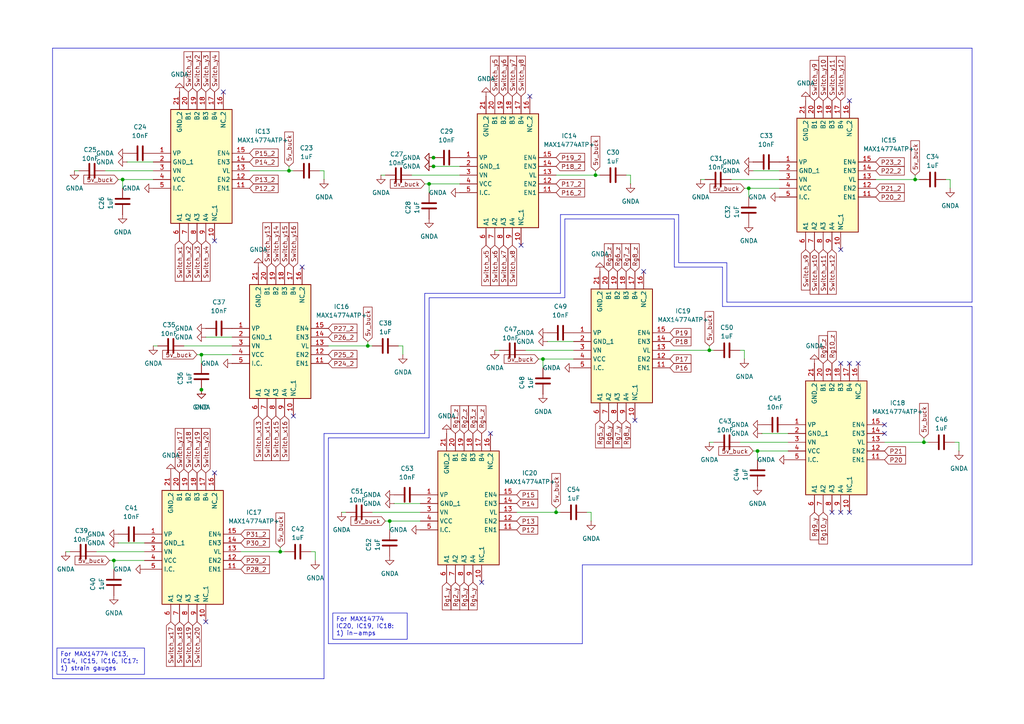
<source format=kicad_sch>
(kicad_sch (version 20231120) (generator "eeschema") (generator_version "8.0")
  (paper "A4")
  (lib_symbols
    (symbol "21xt_preamp-symbols:MAX14774ATP+"
      (property "Reference" "IC" (at 24.13 17.78 0))
      (property "Value" "MAX14774ATP+" (at 24.13 15.24 0))
      (symbol "MAX14774ATP+_1_1"
        (rectangle (start 5.08 12.7) (end 22.86 -20.32) (stroke (width 0.254)) (fill (type background)))
        (pin passive line (at 0 0 0) (length 5.08) (name "VP") (number "1"))
        (pin passive line (at 17.78 -25.4 90) (length 5.08) (name "NC_1") (number "10"))
        (pin passive line (at 27.94 -10.16 180) (length 5.08) (name "EN1") (number "11"))
        (pin passive line (at 27.94 -7.62 180) (length 5.08) (name "EN2") (number "12"))
        (pin passive line (at 27.94 -5.08 180) (length 5.08) (name "VL") (number "13"))
        (pin passive line (at 27.94 -2.54 180) (length 5.08) (name "EN3") (number "14"))
        (pin passive line (at 27.94 0 180) (length 5.08) (name "EN4") (number "15"))
        (pin passive line (at 20.32 17.78 270) (length 5.08) (name "NC_2") (number "16"))
        (pin passive line (at 17.78 17.78 270) (length 5.08) (name "B4") (number "17"))
        (pin passive line (at 15.24 17.78 270) (length 5.08) (name "B3") (number "18"))
        (pin passive line (at 12.7 17.78 270) (length 5.08) (name "B2") (number "19"))
        (pin passive line (at 0 -2.54 0) (length 5.08) (name "GND_1") (number "2"))
        (pin passive line (at 10.16 17.78 270) (length 5.08) (name "B1") (number "20"))
        (pin passive line (at 7.62 17.78 270) (length 5.08) (name "GND_2") (number "21"))
        (pin passive line (at 0 -5.08 0) (length 5.08) (name "VN") (number "3"))
        (pin passive line (at 0 -7.62 0) (length 5.08) (name "VCC") (number "4"))
        (pin passive line (at 0 -10.16 0) (length 5.08) (name "I.C.") (number "5"))
        (pin passive line (at 7.62 -25.4 90) (length 5.08) (name "A1") (number "6"))
        (pin passive line (at 10.16 -25.4 90) (length 5.08) (name "A2") (number "7"))
        (pin passive line (at 12.7 -25.4 90) (length 5.08) (name "A3") (number "8"))
        (pin passive line (at 15.24 -25.4 90) (length 5.08) (name "A4") (number "9"))
      )
    )
    (symbol "Device:C" (pin_numbers hide) (pin_names (offset 0.254))
      (property "Reference" "C" (at 0.635 2.54 0))
      (property "Value" "C" (at 0.635 -2.54 0))
      (symbol "C_0_1"
        (polyline (pts (xy -2.032 -0.762) (xy 2.032 -0.762)) (stroke (width 0.508)))
        (polyline (pts (xy -2.032 0.762) (xy 2.032 0.762)) (stroke (width 0.508)))
      )
      (symbol "C_1_1"
        (pin passive line (at 0 3.81 270) (length 2.794) (name "~") (number "1"))
        (pin passive line (at 0 -3.81 90) (length 2.794) (name "~") (number "2"))
      )
    )
    (symbol "power:GND" (power) (pin_numbers hide) (pin_names (offset 0) hide)
      (property "Value" "GND" (at 0 -3.81 0))
      (symbol "GND_0_1"
        (polyline (pts (xy 0 0) (xy 0 -1.27) (xy 1.27 -1.27) (xy 0 -2.54) (xy -1.27 -1.27) (xy 0 -1.27)))
      )
      (symbol "GND_1_1"
        (pin power_in line (at 0 0 270) (length 0) (name "~") (number "1"))
      )
    )
    (symbol "power:GNDA" (power) (pin_numbers hide) (pin_names (offset 0) hide)
      (property "Value" "GNDA" (at 0 -3.81 0))
      (symbol "GNDA_0_1"
        (polyline (pts (xy 0 0) (xy 0 -1.27) (xy 1.27 -1.27) (xy 0 -2.54) (xy -1.27 -1.27) (xy 0 -1.27)))
      )
      (symbol "GNDA_1_1"
        (pin power_in line (at 0 0 270) (length 0) (name "~") (number "1"))
      )
    )
  )
  (junction (at 58.42 102.87))
  (junction (at 113.03 151.13))
  (junction (at 124.46 53.34))
  (junction (at 157.48 104.14))
  (junction (at 35.56 52.07))
  (junction (at 219.71 130.81))
  (junction (at 161.29 148.59))
  (junction (at 125.73 45.72))
  (junction (at 217.17 54.61))
  (junction (at 125.73 48.26))
  (junction (at 58.42 113.03))
  (junction (at 81.28 160.02))
  (junction (at 205.74 101.6))
  (junction (at 33.02 162.56))
  (junction (at 106.68 100.33))
  (junction (at 265.43 52.07))
  (junction (at 83.82 49.53))
  (junction (at 267.97 128.27))
  (junction (at 172.72 50.8))
  (no_connect (at 85.09 120.65))
  (no_connect (at 139.7 168.91))
  (no_connect (at 153.67 27.94))
  (no_connect (at 246.38 148.59))
  (no_connect (at 256.54 123.19))
  (no_connect (at 243.84 105.41))
  (no_connect (at 62.23 137.16))
  (no_connect (at 186.69 78.74))
  (no_connect (at 256.54 125.73))
  (no_connect (at 151.13 71.12))
  (no_connect (at 64.77 26.67))
  (no_connect (at 243.84 72.39))
  (no_connect (at 248.92 105.41))
  (no_connect (at 243.84 148.59))
  (no_connect (at 246.38 29.21))
  (no_connect (at 59.69 180.34))
  (no_connect (at 246.38 105.41))
  (no_connect (at 142.24 125.73))
  (no_connect (at 87.63 77.47))
  (no_connect (at 241.3 148.59))
  (no_connect (at 62.23 69.85))
  (no_connect (at 184.15 121.92))
  (wire (pts (xy 212.09 52.07) (xy 226.06 52.07)))
  (wire (pts (xy 95.25 100.33) (xy 106.68 100.33)))
  (wire (pts (xy 172.72 49.53) (xy 172.72 50.8)))
  (wire (pts (xy 254 52.07) (xy 265.43 52.07)))
  (polyline (pts (xy 196.85 62.23) (xy 162.56 62.23)))
  (polyline (pts (xy 93.98 125.73) (xy 93.98 196.85)))
  (polyline (pts (xy 196.85 76.2) (xy 196.85 62.23)))
  (wire (pts (xy 31.75 162.56) (xy 33.02 162.56)))
  (wire (pts (xy 218.44 130.81) (xy 219.71 130.81)))
  (polyline (pts (xy 15.24 196.85) (xy 93.98 196.85)))
  (polyline (pts (xy 95.25 186.69) (xy 168.91 186.69)))
  (wire (pts (xy 27.94 160.02) (xy 41.91 160.02)))
  (polyline (pts (xy 15.24 13.97) (xy 281.94 13.97)))
  (wire (pts (xy 59.69 97.79) (xy 67.31 97.79)))
  (wire (pts (xy 152.4 101.6) (xy 166.37 101.6)))
  (polyline (pts (xy 123.19 85.09) (xy 162.56 85.09)))
  (polyline (pts (xy 168.91 163.83) (xy 281.94 163.83)))
  (wire (pts (xy 125.73 48.26) (xy 133.35 48.26)))
  (wire (pts (xy 161.29 50.8) (xy 172.72 50.8)))
  (polyline (pts (xy 209.55 77.47) (xy 195.58 77.47)))
  (polyline (pts (xy 163.83 63.5) (xy 163.83 86.36)))
  (wire (pts (xy 124.46 53.34) (xy 133.35 53.34)))
  (wire (pts (xy 58.42 102.87) (xy 67.31 102.87)))
  (wire (pts (xy 110.49 50.8) (xy 111.76 50.8)))
  (wire (pts (xy 267.97 127) (xy 267.97 128.27)))
  (wire (pts (xy 214.63 128.27) (xy 228.6 128.27)))
  (polyline (pts (xy 93.98 125.73) (xy 123.19 125.73)))
  (wire (pts (xy 172.72 50.8) (xy 173.99 50.8)))
  (wire (pts (xy 276.86 128.27) (xy 278.13 128.27)))
  (wire (pts (xy 36.83 46.99) (xy 44.45 46.99)))
  (wire (pts (xy 217.17 54.61) (xy 217.17 57.15)))
  (wire (pts (xy 53.34 100.33) (xy 67.31 100.33)))
  (wire (pts (xy 194.31 101.6) (xy 205.74 101.6)))
  (polyline (pts (xy 210.82 87.63) (xy 210.82 76.2)))
  (wire (pts (xy 107.95 148.59) (xy 121.92 148.59)))
  (wire (pts (xy 69.85 160.02) (xy 81.28 160.02)))
  (wire (pts (xy 265.43 52.07) (xy 266.7 52.07)))
  (wire (pts (xy 30.48 49.53) (xy 44.45 49.53)))
  (wire (pts (xy 119.38 50.8) (xy 133.35 50.8)))
  (wire (pts (xy 278.13 128.27) (xy 278.13 130.81)))
  (wire (pts (xy 161.29 148.59) (xy 162.56 148.59)))
  (wire (pts (xy 106.68 100.33) (xy 107.95 100.33)))
  (wire (pts (xy 219.71 130.81) (xy 219.71 133.35)))
  (wire (pts (xy 91.44 160.02) (xy 91.44 162.56)))
  (wire (pts (xy 156.21 104.14) (xy 157.48 104.14)))
  (wire (pts (xy 265.43 50.8) (xy 265.43 52.07)))
  (wire (pts (xy 99.06 148.59) (xy 100.33 148.59)))
  (wire (pts (xy 114.3 146.05) (xy 121.92 146.05)))
  (wire (pts (xy 113.03 151.13) (xy 113.03 153.67)))
  (polyline (pts (xy 15.24 13.97) (xy 15.24 196.85)))
  (polyline (pts (xy 123.19 85.09) (xy 123.19 125.73)))
  (wire (pts (xy 92.71 49.53) (xy 93.98 49.53)))
  (wire (pts (xy 124.46 53.34) (xy 124.46 55.88)))
  (wire (pts (xy 33.02 162.56) (xy 33.02 165.1)))
  (wire (pts (xy 83.82 48.26) (xy 83.82 49.53)))
  (polyline (pts (xy 209.55 88.9) (xy 209.55 77.47)))
  (wire (pts (xy 123.19 53.34) (xy 124.46 53.34)))
  (wire (pts (xy 81.28 158.75) (xy 81.28 160.02)))
  (wire (pts (xy 35.56 52.07) (xy 44.45 52.07)))
  (wire (pts (xy 149.86 148.59) (xy 161.29 148.59)))
  (polyline (pts (xy 124.46 127) (xy 95.25 127)))
  (wire (pts (xy 220.98 125.73) (xy 228.6 125.73)))
  (wire (pts (xy 171.45 148.59) (xy 171.45 151.13)))
  (wire (pts (xy 111.76 151.13) (xy 113.03 151.13)))
  (wire (pts (xy 214.63 101.6) (xy 215.9 101.6)))
  (wire (pts (xy 275.59 52.07) (xy 275.59 54.61)))
  (wire (pts (xy 274.32 52.07) (xy 275.59 52.07)))
  (wire (pts (xy 90.17 160.02) (xy 91.44 160.02)))
  (wire (pts (xy 205.74 100.33) (xy 205.74 101.6)))
  (polyline (pts (xy 281.94 88.9) (xy 209.55 88.9)))
  (wire (pts (xy 44.45 100.33) (xy 45.72 100.33)))
  (wire (pts (xy 35.56 52.07) (xy 35.56 54.61)))
  (wire (pts (xy 170.18 148.59) (xy 171.45 148.59)))
  (wire (pts (xy 116.84 100.33) (xy 116.84 102.87)))
  (wire (pts (xy 106.68 99.06) (xy 106.68 100.33)))
  (wire (pts (xy 161.29 147.32) (xy 161.29 148.59)))
  (wire (pts (xy 34.29 52.07) (xy 35.56 52.07)))
  (wire (pts (xy 205.74 101.6) (xy 207.01 101.6)))
  (wire (pts (xy 21.59 49.53) (xy 22.86 49.53)))
  (polyline (pts (xy 95.25 127) (xy 95.25 186.69)))
  (wire (pts (xy 33.02 162.56) (xy 41.91 162.56)))
  (wire (pts (xy 157.48 104.14) (xy 157.48 106.68)))
  (wire (pts (xy 158.75 99.06) (xy 166.37 99.06)))
  (polyline (pts (xy 195.58 77.47) (xy 195.58 63.5)))
  (polyline (pts (xy 163.83 86.36) (xy 124.46 86.36)))
  (wire (pts (xy 157.48 104.14) (xy 166.37 104.14)))
  (wire (pts (xy 256.54 128.27) (xy 267.97 128.27)))
  (polyline (pts (xy 281.94 87.63) (xy 210.82 87.63)))
  (wire (pts (xy 58.42 102.87) (xy 58.42 105.41)))
  (wire (pts (xy 93.98 49.53) (xy 93.98 52.07)))
  (wire (pts (xy 57.15 102.87) (xy 58.42 102.87)))
  (polyline (pts (xy 162.56 85.09) (xy 162.56 62.23)))
  (wire (pts (xy 83.82 49.53) (xy 85.09 49.53)))
  (wire (pts (xy 215.9 54.61) (xy 217.17 54.61)))
  (wire (pts (xy 215.9 101.6) (xy 215.9 104.14)))
  (wire (pts (xy 217.17 54.61) (xy 226.06 54.61)))
  (polyline (pts (xy 124.46 86.36) (xy 124.46 127)))
  (polyline (pts (xy 281.94 13.97) (xy 281.94 87.63)))
  (polyline (pts (xy 281.94 88.9) (xy 281.94 163.83)))
  (wire (pts (xy 113.03 151.13) (xy 121.92 151.13)))
  (wire (pts (xy 181.61 50.8) (xy 182.88 50.8)))
  (wire (pts (xy 218.44 49.53) (xy 226.06 49.53)))
  (polyline (pts (xy 168.91 186.69) (xy 168.91 163.83)))
  (wire (pts (xy 203.2 52.07) (xy 204.47 52.07)))
  (wire (pts (xy 115.57 100.33) (xy 116.84 100.33)))
  (wire (pts (xy 143.51 101.6) (xy 144.78 101.6)))
  (wire (pts (xy 19.05 160.02) (xy 20.32 160.02)))
  (polyline (pts (xy 195.58 63.5) (xy 163.83 63.5)))
  (polyline (pts (xy 210.82 76.2) (xy 196.85 76.2)))
  (wire (pts (xy 34.29 157.48) (xy 41.91 157.48)))
  (wire (pts (xy 72.39 49.53) (xy 83.82 49.53)))
  (wire (pts (xy 182.88 50.8) (xy 182.88 53.34)))
  (wire (pts (xy 219.71 130.81) (xy 228.6 130.81)))
  (wire (pts (xy 81.28 160.02) (xy 82.55 160.02)))
  (wire (pts (xy 205.74 128.27) (xy 207.01 128.27)))
  (wire (pts (xy 267.97 128.27) (xy 269.24 128.27)))
  (text_box "For MAX14774 IC13, IC14, IC15, IC16, IC17:\n1) strain gauges" (at 16.51 187.96 0) (size 25.4 7.62) (effects (font (size 1.27 1.27)) (justify left top)))
  (text_box "For MAX14774 IC20, IC19, IC18:\n1) in-amps" (at 96.52 177.8 0) (size 21.59 7.62) (effects (font (size 1.27 1.27)) (justify left top)))
  (global_label "P15_2" (shape input) (at 72.39 44.45 0) (property "Intersheetrefs" "${INTERSHEET_REFS}" (effects (hide yes))))
  (global_label "Rg10_y" (shape input) (at 238.76 148.59 270) (property "Intersheetrefs" "${INTERSHEET_REFS}" (effects (hide yes))))
  (global_label "P21_2" (shape input) (at 254 54.61 0) (property "Intersheetrefs" "${INTERSHEET_REFS}" (effects (hide yes))))
  (global_label "P18_2" (shape input) (at 161.29 48.26 0) (property "Intersheetrefs" "${INTERSHEET_REFS}" (effects (hide yes))))
  (global_label "Switch_y2" (shape input) (at 57.15 26.67 90) (property "Intersheetrefs" "${INTERSHEET_REFS}" (effects (hide yes))))
  (global_label "Switch_y12" (shape input) (at 243.84 29.21 90) (property "Intersheetrefs" "${INTERSHEET_REFS}" (effects (hide yes))))
  (global_label "Switch_y18" (shape input) (at 54.61 137.16 90) (property "Intersheetrefs" "${INTERSHEET_REFS}" (effects (hide yes))))
  (global_label "P12" (shape input) (at 149.86 153.67 0) (property "Intersheetrefs" "${INTERSHEET_REFS}" (effects (hide yes))))
  (global_label "Rg4_y" (shape input) (at 137.16 168.91 270) (property "Intersheetrefs" "${INTERSHEET_REFS}" (effects (hide yes))))
  (global_label "Switch_y3" (shape input) (at 59.69 26.67 90) (property "Intersheetrefs" "${INTERSHEET_REFS}" (effects (hide yes))))
  (global_label "Switch_x5" (shape input) (at 140.97 71.12 270) (property "Intersheetrefs" "${INTERSHEET_REFS}" (effects (hide yes))))
  (global_label "Switch_x9" (shape input) (at 233.68 72.39 270) (property "Intersheetrefs" "${INTERSHEET_REFS}" (effects (hide yes))))
  (global_label "Switch_x1" (shape input) (at 52.07 69.85 270) (property "Intersheetrefs" "${INTERSHEET_REFS}" (effects (hide yes))))
  (global_label "Rg5_y" (shape input) (at 173.99 121.92 270) (property "Intersheetrefs" "${INTERSHEET_REFS}" (effects (hide yes))))
  (global_label "5v_buck" (shape input) (at 161.29 147.32 90) (property "Intersheetrefs" "${INTERSHEET_REFS}" (effects (hide yes))))
  (global_label "P18" (shape input) (at 194.31 99.06 0) (property "Intersheetrefs" "${INTERSHEET_REFS}" (effects (hide yes))))
  (global_label "P29_2" (shape input) (at 69.85 162.56 0) (property "Intersheetrefs" "${INTERSHEET_REFS}" (effects (hide yes))))
  (global_label "Switch_x19" (shape input) (at 54.61 180.34 270) (property "Intersheetrefs" "${INTERSHEET_REFS}" (effects (hide yes))))
  (global_label "Switch_x16" (shape input) (at 82.55 120.65 270) (property "Intersheetrefs" "${INTERSHEET_REFS}" (effects (hide yes))))
  (global_label "P17_2" (shape input) (at 161.29 53.34 0) (property "Intersheetrefs" "${INTERSHEET_REFS}" (effects (hide yes))))
  (global_label "Rg8_y" (shape input) (at 181.61 121.92 270) (property "Intersheetrefs" "${INTERSHEET_REFS}" (effects (hide yes))))
  (global_label "Rg5_z" (shape input) (at 176.53 78.74 90) (property "Intersheetrefs" "${INTERSHEET_REFS}" (effects (hide yes))))
  (global_label "5v_buck" (shape input) (at 57.15 102.87 180) (property "Intersheetrefs" "${INTERSHEET_REFS}" (effects (hide yes))))
  (global_label "P31_2" (shape input) (at 69.85 154.94 0) (property "Intersheetrefs" "${INTERSHEET_REFS}" (effects (hide yes))))
  (global_label "Switch_y19" (shape input) (at 57.15 137.16 90) (property "Intersheetrefs" "${INTERSHEET_REFS}" (effects (hide yes))))
  (global_label "P16" (shape input) (at 194.31 106.68 0) (property "Intersheetrefs" "${INTERSHEET_REFS}" (effects (hide yes))))
  (global_label "Switch_y1" (shape input) (at 54.61 26.67 90) (property "Intersheetrefs" "${INTERSHEET_REFS}" (effects (hide yes))))
  (global_label "P14_2" (shape input) (at 72.39 46.99 0) (property "Intersheetrefs" "${INTERSHEET_REFS}" (effects (hide yes))))
  (global_label "P21" (shape input) (at 256.54 130.81 0) (property "Intersheetrefs" "${INTERSHEET_REFS}" (effects (hide yes))))
  (global_label "Rg6_z" (shape input) (at 179.07 78.74 90) (property "Intersheetrefs" "${INTERSHEET_REFS}" (effects (hide yes))))
  (global_label "Switch_x13" (shape input) (at 74.93 120.65 270) (property "Intersheetrefs" "${INTERSHEET_REFS}" (effects (hide yes))))
  (global_label "Switch_x3" (shape input) (at 57.15 69.85 270) (property "Intersheetrefs" "${INTERSHEET_REFS}" (effects (hide yes))))
  (global_label "Switch_x6" (shape input) (at 143.51 71.12 270) (property "Intersheetrefs" "${INTERSHEET_REFS}" (effects (hide yes))))
  (global_label "Rg3_z" (shape input) (at 137.16 125.73 90) (property "Intersheetrefs" "${INTERSHEET_REFS}" (effects (hide yes))))
  (global_label "5v_buck" (shape input) (at 267.97 127 90) (property "Intersheetrefs" "${INTERSHEET_REFS}" (effects (hide yes))))
  (global_label "Switch_x20" (shape input) (at 57.15 180.34 270) (property "Intersheetrefs" "${INTERSHEET_REFS}" (effects (hide yes))))
  (global_label "Rg8_z" (shape input) (at 184.15 78.74 90) (property "Intersheetrefs" "${INTERSHEET_REFS}" (effects (hide yes))))
  (global_label "5v_buck" (shape input) (at 215.9 54.61 180) (property "Intersheetrefs" "${INTERSHEET_REFS}" (effects (hide yes))))
  (global_label "P20" (shape input) (at 256.54 133.35 0) (property "Intersheetrefs" "${INTERSHEET_REFS}" (effects (hide yes))))
  (global_label "5v_buck" (shape input) (at 218.44 130.81 180) (property "Intersheetrefs" "${INTERSHEET_REFS}" (effects (hide yes))))
  (global_label "Switch_y4" (shape input) (at 62.23 26.67 90) (property "Intersheetrefs" "${INTERSHEET_REFS}" (effects (hide yes))))
  (global_label "Switch_x4" (shape input) (at 59.69 69.85 270) (property "Intersheetrefs" "${INTERSHEET_REFS}" (effects (hide yes))))
  (global_label "P22_2" (shape input) (at 254 49.53 0) (property "Intersheetrefs" "${INTERSHEET_REFS}" (effects (hide yes))))
  (global_label "5v_buck" (shape input) (at 172.72 49.53 90) (property "Intersheetrefs" "${INTERSHEET_REFS}" (effects (hide yes))))
  (global_label "P25_2" (shape input) (at 95.25 102.87 0) (property "Intersheetrefs" "${INTERSHEET_REFS}" (effects (hide yes))))
  (global_label "Switch_y10" (shape input) (at 238.76 29.21 90) (property "Intersheetrefs" "${INTERSHEET_REFS}" (effects (hide yes))))
  (global_label "P19_2" (shape input) (at 161.29 45.72 0) (property "Intersheetrefs" "${INTERSHEET_REFS}" (effects (hide yes))))
  (global_label "P24_2" (shape input) (at 95.25 105.41 0) (property "Intersheetrefs" "${INTERSHEET_REFS}" (effects (hide yes))))
  (global_label "Rg7_y" (shape input) (at 179.07 121.92 270) (property "Intersheetrefs" "${INTERSHEET_REFS}" (effects (hide yes))))
  (global_label "5v_buck" (shape input) (at 34.29 52.07 180) (property "Intersheetrefs" "${INTERSHEET_REFS}" (effects (hide yes))))
  (global_label "Switch_y7" (shape input) (at 148.59 27.94 90) (property "Intersheetrefs" "${INTERSHEET_REFS}" (effects (hide yes))))
  (global_label "P14" (shape input) (at 149.86 146.05 0) (property "Intersheetrefs" "${INTERSHEET_REFS}" (effects (hide yes))))
  (global_label "Switch_y11" (shape input) (at 241.3 29.21 90) (property "Intersheetrefs" "${INTERSHEET_REFS}" (effects (hide yes))))
  (global_label "Rg6_y" (shape input) (at 176.53 121.92 270) (property "Intersheetrefs" "${INTERSHEET_REFS}" (effects (hide yes))))
  (global_label "5v_buck" (shape input) (at 83.82 48.26 90) (property "Intersheetrefs" "${INTERSHEET_REFS}" (effects (hide yes))))
  (global_label "Rg2_z" (shape input) (at 134.62 125.73 90) (property "Intersheetrefs" "${INTERSHEET_REFS}" (effects (hide yes))))
  (global_label "Switch_y8" (shape input) (at 151.13 27.94 90) (property "Intersheetrefs" "${INTERSHEET_REFS}" (effects (hide yes))))
  (global_label "Switch_x14" (shape input) (at 77.47 120.65 270) (property "Intersheetrefs" "${INTERSHEET_REFS}" (effects (hide yes))))
  (global_label "Switch_y13" (shape input) (at 77.47 77.47 90) (property "Intersheetrefs" "${INTERSHEET_REFS}" (effects (hide yes))))
  (global_label "Rg9_z" (shape input) (at 238.76 105.41 90) (property "Intersheetrefs" "${INTERSHEET_REFS}" (effects (hide yes))))
  (global_label "Switch_y20" (shape input) (at 59.69 137.16 90) (property "Intersheetrefs" "${INTERSHEET_REFS}" (effects (hide yes))))
  (global_label "Rg7_z" (shape input) (at 181.61 78.74 90) (property "Intersheetrefs" "${INTERSHEET_REFS}" (effects (hide yes))))
  (global_label "5v_buck" (shape input) (at 205.74 100.33 90) (property "Intersheetrefs" "${INTERSHEET_REFS}" (effects (hide yes))))
  (global_label "5v_buck" (shape input) (at 111.76 151.13 180) (property "Intersheetrefs" "${INTERSHEET_REFS}" (effects (hide yes))))
  (global_label "P23_2" (shape input) (at 254 46.99 0) (property "Intersheetrefs" "${INTERSHEET_REFS}" (effects (hide yes))))
  (global_label "Rg4_z" (shape input) (at 139.7 125.73 90) (property "Intersheetrefs" "${INTERSHEET_REFS}" (effects (hide yes))))
  (global_label "Switch_x15" (shape input) (at 80.01 120.65 270) (property "Intersheetrefs" "${INTERSHEET_REFS}" (effects (hide yes))))
  (global_label "P28_2" (shape input) (at 69.85 165.1 0) (property "Intersheetrefs" "${INTERSHEET_REFS}" (effects (hide yes))))
  (global_label "Switch_y6" (shape input) (at 146.05 27.94 90) (property "Intersheetrefs" "${INTERSHEET_REFS}" (effects (hide yes))))
  (global_label "5v_buck" (shape input) (at 265.43 50.8 90) (property "Intersheetrefs" "${INTERSHEET_REFS}" (effects (hide yes))))
  (global_label "P13_2" (shape input) (at 72.39 52.07 0) (property "Intersheetrefs" "${INTERSHEET_REFS}" (effects (hide yes))))
  (global_label "Switch_x2" (shape input) (at 54.61 69.85 270) (property "Intersheetrefs" "${INTERSHEET_REFS}" (effects (hide yes))))
  (global_label "5v_buck" (shape input) (at 81.28 158.75 90) (property "Intersheetrefs" "${INTERSHEET_REFS}" (effects (hide yes))))
  (global_label "Rg10_z" (shape input) (at 241.3 105.41 90) (property "Intersheetrefs" "${INTERSHEET_REFS}" (effects (hide yes))))
  (global_label "P20_2" (shape input) (at 254 57.15 0) (property "Intersheetrefs" "${INTERSHEET_REFS}" (effects (hide yes))))
  (global_label "Switch_y5" (shape input) (at 143.51 27.94 90) (property "Intersheetrefs" "${INTERSHEET_REFS}" (effects (hide yes))))
  (global_label "5v_buck" (shape input) (at 156.21 104.14 180) (property "Intersheetrefs" "${INTERSHEET_REFS}" (effects (hide yes))))
  (global_label "P17" (shape input) (at 194.31 104.14 0) (property "Intersheetrefs" "${INTERSHEET_REFS}" (effects (hide yes))))
  (global_label "P19" (shape input) (at 194.31 96.52 0) (property "Intersheetrefs" "${INTERSHEET_REFS}" (effects (hide yes))))
  (global_label "Rg3_y" (shape input) (at 134.62 168.91 270) (property "Intersheetrefs" "${INTERSHEET_REFS}" (effects (hide yes))))
  (global_label "Switch_y16" (shape input) (at 85.09 77.47 90) (property "Intersheetrefs" "${INTERSHEET_REFS}" (effects (hide yes))))
  (global_label "Switch_x18" (shape input) (at 52.07 180.34 270) (property "Intersheetrefs" "${INTERSHEET_REFS}" (effects (hide yes))))
  (global_label "Switch_y15" (shape input) (at 82.55 77.47 90) (property "Intersheetrefs" "${INTERSHEET_REFS}" (effects (hide yes))))
  (global_label "P26_2" (shape input) (at 95.25 97.79 0) (property "Intersheetrefs" "${INTERSHEET_REFS}" (effects (hide yes))))
  (global_label "Rg2_y" (shape input) (at 132.08 168.91 270) (property "Intersheetrefs" "${INTERSHEET_REFS}" (effects (hide yes))))
  (global_label "Rg1_y" (shape input) (at 129.54 168.91 270) (property "Intersheetrefs" "${INTERSHEET_REFS}" (effects (hide yes))))
  (global_label "P16_2" (shape input) (at 161.29 55.88 0) (property "Intersheetrefs" "${INTERSHEET_REFS}" (effects (hide yes))))
  (global_label "Switch_x17" (shape input) (at 49.53 180.34 270) (property "Intersheetrefs" "${INTERSHEET_REFS}" (effects (hide yes))))
  (global_label "Switch_y9" (shape input) (at 236.22 29.21 90) (property "Intersheetrefs" "${INTERSHEET_REFS}" (effects (hide yes))))
  (global_label "Switch_y17" (shape input) (at 52.07 137.16 90) (property "Intersheetrefs" "${INTERSHEET_REFS}" (effects (hide yes))))
  (global_label "P13" (shape input) (at 149.86 151.13 0) (property "Intersheetrefs" "${INTERSHEET_REFS}" (effects (hide yes))))
  (global_label "Rg1_z" (shape input) (at 132.08 125.73 90) (property "Intersheetrefs" "${INTERSHEET_REFS}" (effects (hide yes))))
  (global_label "Switch_y14" (shape input) (at 80.01 77.47 90) (property "Intersheetrefs" "${INTERSHEET_REFS}" (effects (hide yes))))
  (global_label "P27_2" (shape input) (at 95.25 95.25 0) (property "Intersheetrefs" "${INTERSHEET_REFS}" (effects (hide yes))))
  (global_label "P15" (shape input) (at 149.86 143.51 0) (property "Intersheetrefs" "${INTERSHEET_REFS}" (effects (hide yes))))
  (global_label "5v_buck" (shape input) (at 106.68 99.06 90) (property "Intersheetrefs" "${INTERSHEET_REFS}" (effects (hide yes))))
  (global_label "Switch_x7" (shape input) (at 146.05 71.12 270) (property "Intersheetrefs" "${INTERSHEET_REFS}" (effects (hide yes))))
  (global_label "Rg9_y" (shape input) (at 236.22 148.59 270) (property "Intersheetrefs" "${INTERSHEET_REFS}" (effects (hide yes))))
  (global_label "5v_buck" (shape input) (at 31.75 162.56 180) (property "Intersheetrefs" "${INTERSHEET_REFS}" (effects (hide yes))))
  (global_label "P30_2" (shape input) (at 69.85 157.48 0) (property "Intersheetrefs" "${INTERSHEET_REFS}" (effects (hide yes))))
  (global_label "Switch_x8" (shape input) (at 148.59 71.12 270) (property "Intersheetrefs" "${INTERSHEET_REFS}" (effects (hide yes))))
  (global_label "Switch_x11" (shape input) (at 238.76 72.39 270) (property "Intersheetrefs" "${INTERSHEET_REFS}" (effects (hide yes))))
  (global_label "P12_2" (shape input) (at 72.39 54.61 0) (property "Intersheetrefs" "${INTERSHEET_REFS}" (effects (hide yes))))
  (global_label "5v_buck" (shape input) (at 123.19 53.34 180) (property "Intersheetrefs" "${INTERSHEET_REFS}" (effects (hide yes))))
  (global_label "Switch_x12" (shape input) (at 241.3 72.39 270) (property "Intersheetrefs" "${INTERSHEET_REFS}" (effects (hide yes))))
  (global_label "Switch_x10" (shape input) (at 236.22 72.39 270) (property "Intersheetrefs" "${INTERSHEET_REFS}" (effects (hide yes))))
  (symbol (lib_id "power:GNDA") (at 34.29 157.48 270) (unit 1)
    (property "Reference" "#PWR081" (effects (hide yes)))
    (property "Value" "GNDA" (at 30.48 157.4799 90) (effects (justify right)))
    (property "Description" "Power symbol creates a global label with name \"GNDA\" , analog ground" (effects (hide yes)))
  )
  (symbol (lib_id "power:GND") (at 125.73 48.26 270) (unit 1)
    (property "Reference" "#PWR060" (effects (hide yes)))
    (property "Value" "GND" (effects (hide yes)))
    (property "Description" "Power symbol creates a global label with name \"GND\" , ground" (effects (hide yes)))
  )
  (symbol (lib_id "Device:C") (at 35.56 58.42 0) (unit 1)
    (property "Reference" "C26" (at 29.464 58.928 90))
    (property "Value" "1uF" (at 32.004 58.928 90))
    (property "Footprint" "Capacitor_SMD:C_0402_1005Metric" (effects (hide yes)))
    (property "Description" "Unpolarized capacitor" (effects (hide yes)))
  )
  (symbol (lib_id "Device:C") (at 40.64 44.45 90) (unit 1)
    (property "Reference" "C24" (at 40.64 36.83 90))
    (property "Value" "10nF" (at 40.64 39.37 90))
    (property "Footprint" "Capacitor_SMD:C_0402_1005Metric" (effects (hide yes)))
    (property "Description" "Unpolarized capacitor" (effects (hide yes)))
  )
  (symbol (lib_id "power:GNDA") (at 33.02 172.72 0) (unit 1)
    (property "Reference" "#PWR079" (effects (hide yes)))
    (property "Value" "GNDA" (at 33.02 177.8 0))
    (property "Description" "Power symbol creates a global label with name \"GNDA\" , analog ground" (effects (hide yes)))
  )
  (symbol (lib_id "power:GNDA") (at 158.75 96.52 270) (unit 1)
    (property "Reference" "#PWR094" (effects (hide yes)))
    (property "Value" "GNDA" (at 154.94 96.5199 90) (effects (justify right)))
    (property "Description" "Power symbol creates a global label with name \"GNDA\" , analog ground" (effects (hide yes)))
  )
  (symbol (lib_id "power:GNDA") (at 67.31 105.41 270) (unit 1)
    (property "Reference" "#PWR076" (effects (hide yes)))
    (property "Value" "GNDA" (at 63.5 105.4099 90) (effects (justify right)))
    (property "Description" "Power symbol creates a global label with name \"GNDA\" , analog ground" (effects (hide yes)))
  )
  (symbol (lib_id "power:GNDA") (at 34.29 154.94 270) (unit 1)
    (property "Reference" "#PWR080" (effects (hide yes)))
    (property "Value" "GNDA" (at 30.48 154.9399 90) (effects (justify right)))
    (property "Description" "Power symbol creates a global label with name \"GNDA\" , analog ground" (effects (hide yes)))
  )
  (symbol (lib_id "Device:C") (at 63.5 95.25 90) (unit 1)
    (property "Reference" "C37" (at 63.5 87.63 90))
    (property "Value" "10nF" (at 63.5 90.17 90))
    (property "Footprint" "Capacitor_SMD:C_0402_1005Metric" (effects (hide yes)))
    (property "Description" "Unpolarized capacitor" (effects (hide yes)))
  )
  (symbol (lib_id "Device:C") (at 177.8 50.8 90) (unit 1)
    (property "Reference" "C30" (at 177.8 44.196 90))
    (property "Value" "1uF" (at 177.8 46.736 90))
    (property "Footprint" "Capacitor_SMD:C_0402_1005Metric" (effects (hide yes)))
    (property "Description" "Unpolarized capacitor" (effects (hide yes)))
  )
  (symbol (lib_id "power:GNDA") (at 59.69 97.79 270) (unit 1)
    (property "Reference" "#PWR075" (effects (hide yes)))
    (property "Value" "GNDA" (at 55.88 97.7899 90) (effects (justify right)))
    (property "Description" "Power symbol creates a global label with name \"GNDA\" , analog ground" (effects (hide yes)))
  )
  (symbol (lib_id "power:GNDA") (at 182.88 53.34 0) (unit 1)
    (property "Reference" "#PWR0113" (effects (hide yes)))
    (property "Value" "GNDA" (at 182.88 58.42 0))
    (property "Description" "Power symbol creates a global label with name \"GNDA\" , analog ground" (effects (hide yes)))
  )
  (symbol (lib_id "power:GNDA") (at 110.49 50.8 0) (unit 1)
    (property "Reference" "#PWR057" (effects (hide yes)))
    (property "Value" "GNDA" (at 110.49 55.88 0))
    (property "Description" "Power symbol creates a global label with name \"GNDA\" , analog ground" (effects (hide yes)))
  )
  (symbol (lib_id "power:GNDA") (at 215.9 104.14 0) (unit 1)
    (property "Reference" "#PWR098" (effects (hide yes)))
    (property "Value" "GNDA" (at 215.9 109.22 0))
    (property "Description" "Power symbol creates a global label with name \"GNDA\" , analog ground" (effects (hide yes)))
  )
  (symbol (lib_id "power:GNDA") (at 74.93 77.47 180) (unit 1)
    (property "Reference" "#PWR077" (effects (hide yes)))
    (property "Value" "GNDA" (at 74.93 72.39 0))
    (property "Description" "Power symbol creates a global label with name \"GNDA\" , analog ground" (effects (hide yes)))
  )
  (symbol (lib_id "Device:C") (at 49.53 100.33 270) (unit 1)
    (property "Reference" "C35" (at 49.022 94.234 90))
    (property "Value" "10nF" (at 49.022 96.774 90))
    (property "Footprint" "Capacitor_SMD:C_0402_1005Metric" (effects (hide yes)))
    (property "Description" "Unpolarized capacitor" (effects (hide yes)))
  )
  (symbol (lib_id "power:GND") (at 58.42 113.03 0) (unit 1)
    (property "Reference" "#PWR072" (effects (hide yes)))
    (property "Value" "GND" (at 58.42 118.11 0))
    (property "Description" "Power symbol creates a global label with name \"GND\" , ground" (effects (hide yes)))
  )
  (symbol (lib_id "power:GNDA") (at 36.83 44.45 270) (unit 1)
    (property "Reference" "#PWR054" (effects (hide yes)))
    (property "Value" "GNDA" (at 33.02 44.4499 90) (effects (justify right)))
    (property "Description" "Power symbol creates a global label with name \"GNDA\" , analog ground" (effects (hide yes)))
  )
  (symbol (lib_id "power:GNDA") (at 140.97 27.94 180) (unit 1)
    (property "Reference" "#PWR0112" (effects (hide yes)))
    (property "Value" "GNDA" (at 140.97 22.86 0))
    (property "Description" "Power symbol creates a global label with name \"GNDA\" , analog ground" (effects (hide yes)))
  )
  (symbol (lib_id "power:GNDA") (at 166.37 106.68 270) (unit 1)
    (property "Reference" "#PWR096" (effects (hide yes)))
    (property "Value" "GNDA" (at 162.56 106.6799 90) (effects (justify right)))
    (property "Description" "Power symbol creates a global label with name \"GNDA\" , analog ground" (effects (hide yes)))
  )
  (symbol (lib_id "21xt_preamp-symbols:MAX14774ATP+") (at 228.6 123.19 0) (unit 1)
    (property "Reference" "IC18" (at 260.35 116.8714 0))
    (property "Value" "MAX14774ATP+" (at 260.35 119.4114 0))
    (property "Footprint" "21xt_footprints:MAX14774ATP_" (effects (hide yes)))
    (property "Datasheet" "https://datasheets.maximintegrated.com/en/ds/MAX14774-MAX14779.pdf" (effects (hide yes)))
    (property "Description" "Quad SPST/Dual SPDT Beyond-The-Rails Analog Switches, 20 TQFN" (effects (hide yes)))
    (property "Height" "0.8" (effects (hide yes)))
    (property "Mouser Part Number" "700-MAX14774ATP+" (effects (hide yes)))
    (property "Mouser Price/Stock" "https://www.mouser.co.uk/ProductDetail/Analog-Devices-Maxim-Integrated/MAX14774ATP%2b?qs=vvQtp7zwQdMSu0v3a67sFA%3D%3D" (effects (hide yes)))
    (property "Manufacturer_Name" "Analog Devices" (effects (hide yes)))
    (property "Manufacturer_Part_Number" "MAX14774ATP+" (effects (hide yes)))
  )
  (symbol (lib_id "power:GNDA") (at 59.69 95.25 270) (unit 1)
    (property "Reference" "#PWR074" (effects (hide yes)))
    (property "Value" "GNDA" (at 55.88 95.2499 90) (effects (justify right)))
    (property "Description" "Power symbol creates a global label with name \"GNDA\" , analog ground" (effects (hide yes)))
  )
  (symbol (lib_id "power:GNDA") (at 113.03 161.29 0) (unit 1)
    (property "Reference" "#PWR0100" (effects (hide yes)))
    (property "Value" "GNDA" (at 113.03 166.37 0))
    (property "Description" "Power symbol creates a global label with name \"GNDA\" , analog ground" (effects (hide yes)))
  )
  (symbol (lib_id "power:GNDA") (at 217.17 64.77 0) (unit 1)
    (property "Reference" "#PWR065" (effects (hide yes)))
    (property "Value" "GNDA" (at 217.17 69.85 0))
    (property "Description" "Power symbol creates a global label with name \"GNDA\" , analog ground" (effects (hide yes)))
  )
  (symbol (lib_id "power:GNDA") (at 44.45 100.33 0) (unit 1)
    (property "Reference" "#PWR071" (effects (hide yes)))
    (property "Value" "GNDA" (at 44.45 105.41 0))
    (property "Description" "Power symbol creates a global label with name \"GNDA\" , analog ground" (effects (hide yes)))
  )
  (symbol (lib_id "power:GNDA") (at 218.44 46.99 270) (unit 1)
    (property "Reference" "#PWR066" (effects (hide yes)))
    (property "Value" "GNDA" (at 214.63 46.9899 90) (effects (justify right)))
    (property "Description" "Power symbol creates a global label with name \"GNDA\" , analog ground" (effects (hide yes)))
  )
  (symbol (lib_id "21xt_preamp-symbols:MAX14774ATP+") (at 67.31 95.25 0) (unit 1)
    (property "Reference" "IC16" (at 99.06 88.9314 0))
    (property "Value" "MAX14774ATP+" (at 99.06 91.4714 0))
    (property "Footprint" "21xt_footprints:MAX14774ATP_" (effects (hide yes)))
    (property "Datasheet" "https://datasheets.maximintegrated.com/en/ds/MAX14774-MAX14779.pdf" (effects (hide yes)))
    (property "Description" "Quad SPST/Dual SPDT Beyond-The-Rails Analog Switches, 20 TQFN" (effects (hide yes)))
    (property "Height" "0.8" (effects (hide yes)))
    (property "Mouser Part Number" "700-MAX14774ATP+" (effects (hide yes)))
    (property "Mouser Price/Stock" "https://www.mouser.co.uk/ProductDetail/Analog-Devices-Maxim-Integrated/MAX14774ATP%2b?qs=vvQtp7zwQdMSu0v3a67sFA%3D%3D" (effects (hide yes)))
    (property "Manufacturer_Name" "Analog Devices" (effects (hide yes)))
    (property "Manufacturer_Part_Number" "MAX14774ATP+" (effects (hide yes)))
  )
  (symbol (lib_id "power:GNDA") (at 220.98 125.73 270) (unit 1)
    (property "Reference" "#PWR088" (effects (hide yes)))
    (property "Value" "GNDA" (at 217.17 125.7299 90) (effects (justify right)))
    (property "Description" "Power symbol creates a global label with name \"GNDA\" , analog ground" (effects (hide yes)))
  )
  (symbol (lib_id "Device:C") (at 129.54 45.72 90) (unit 1)
    (property "Reference" "C29" (at 129.54 38.1 90))
    (property "Value" "10nF" (at 129.54 40.64 90))
    (property "Footprint" "Capacitor_SMD:C_0402_1005Metric" (effects (hide yes)))
    (property "Description" "Unpolarized capacitor" (effects (hide yes)))
  )
  (symbol (lib_id "power:GNDA") (at 52.07 26.67 180) (unit 1)
    (property "Reference" "#PWR056" (effects (hide yes)))
    (property "Value" "GNDA" (at 52.07 21.59 0))
    (property "Description" "Power symbol creates a global label with name \"GNDA\" , analog ground" (effects (hide yes)))
  )
  (symbol (lib_id "Device:C") (at 113.03 157.48 0) (unit 1)
    (property "Reference" "C52" (at 106.934 157.988 90))
    (property "Value" "1uF" (at 109.474 157.988 90))
    (property "Footprint" "Capacitor_SMD:C_0402_1005Metric" (effects (hide yes)))
    (property "Description" "Unpolarized capacitor" (effects (hide yes)))
  )
  (symbol (lib_id "Device:C") (at 224.79 123.19 90) (unit 1)
    (property "Reference" "C45" (at 224.79 115.57 90))
    (property "Value" "10nF" (at 224.79 118.11 90))
    (property "Footprint" "Capacitor_SMD:C_0402_1005Metric" (effects (hide yes)))
    (property "Description" "Unpolarized capacitor" (effects (hide yes)))
  )
  (symbol (lib_id "power:GNDA") (at 133.35 55.88 270) (unit 1)
    (property "Reference" "#PWR063" (effects (hide yes)))
    (property "Value" "GNDA" (at 129.54 55.8799 90) (effects (justify right)))
    (property "Description" "Power symbol creates a global label with name \"GNDA\" , analog ground" (effects (hide yes)))
  )
  (symbol (lib_id "power:GNDA") (at 203.2 52.07 0) (unit 1)
    (property "Reference" "#PWR064" (effects (hide yes)))
    (property "Value" "GNDA" (at 203.2 57.15 0))
    (property "Description" "Power symbol creates a global label with name \"GNDA\" , analog ground" (effects (hide yes)))
  )
  (symbol (lib_id "Device:C") (at 273.05 128.27 90) (unit 1)
    (property "Reference" "C46" (at 273.05 121.666 90))
    (property "Value" "1uF" (at 273.05 124.206 90))
    (property "Footprint" "Capacitor_SMD:C_0402_1005Metric" (effects (hide yes)))
    (property "Description" "Unpolarized capacitor" (effects (hide yes)))
  )
  (symbol (lib_id "Device:C") (at 111.76 100.33 90) (unit 1)
    (property "Reference" "C38" (at 111.76 93.726 90))
    (property "Value" "1uF" (at 111.76 96.266 90))
    (property "Footprint" "Capacitor_SMD:C_0402_1005Metric" (effects (hide yes)))
    (property "Description" "Unpolarized capacitor" (effects (hide yes)))
  )
  (symbol (lib_id "Device:C") (at 24.13 160.02 270) (unit 1)
    (property "Reference" "C39" (at 23.622 153.924 90))
    (property "Value" "10nF" (at 23.622 156.464 90))
    (property "Footprint" "Capacitor_SMD:C_0402_1005Metric" (effects (hide yes)))
    (property "Description" "Unpolarized capacitor" (effects (hide yes)))
  )
  (symbol (lib_id "power:GNDA") (at 21.59 49.53 0) (unit 1)
    (property "Reference" "#PWR053" (effects (hide yes)))
    (property "Value" "GNDA" (at 21.59 54.61 0))
    (property "Description" "Power symbol creates a global label with name \"GNDA\" , analog ground" (effects (hide yes)))
  )
  (symbol (lib_id "power:GNDA") (at 125.73 45.72 270) (unit 1)
    (property "Reference" "#PWR061" (effects (hide yes)))
    (property "Value" "GNDA" (at 121.92 45.7199 90) (effects (justify right)))
    (property "Description" "Power symbol creates a global label with name \"GNDA\" , analog ground" (effects (hide yes)))
  )
  (symbol (lib_id "power:GNDA") (at 35.56 62.23 0) (unit 1)
    (property "Reference" "#PWR052" (effects (hide yes)))
    (property "Value" "GNDA" (at 35.56 67.31 0))
    (property "Description" "Power symbol creates a global label with name \"GNDA\" , analog ground" (effects (hide yes)))
  )
  (symbol (lib_id "power:GNDA") (at 121.92 153.67 270) (unit 1)
    (property "Reference" "#PWR0103" (effects (hide yes)))
    (property "Value" "GNDA" (at 118.11 153.6699 90) (effects (justify right)))
    (property "Description" "Power symbol creates a global label with name \"GNDA\" , analog ground" (effects (hide yes)))
  )
  (symbol (lib_id "power:GNDA") (at 158.75 99.06 270) (unit 1)
    (property "Reference" "#PWR095" (effects (hide yes)))
    (property "Value" "GNDA" (at 154.94 99.0599 90) (effects (justify right)))
    (property "Description" "Power symbol creates a global label with name \"GNDA\" , analog ground" (effects (hide yes)))
  )
  (symbol (lib_id "21xt_preamp-symbols:MAX14774ATP+") (at 44.45 44.45 0) (unit 1)
    (property "Reference" "IC13" (at 76.2 38.1314 0))
    (property "Value" "MAX14774ATP+" (at 76.2 40.6714 0))
    (property "Footprint" "21xt_footprints:MAX14774ATP_" (effects (hide yes)))
    (property "Datasheet" "https://datasheets.maximintegrated.com/en/ds/MAX14774-MAX14779.pdf" (effects (hide yes)))
    (property "Description" "Quad SPST/Dual SPDT Beyond-The-Rails Analog Switches, 20 TQFN" (effects (hide yes)))
    (property "Height" "0.8" (effects (hide yes)))
    (property "Mouser Part Number" "700-MAX14774ATP+" (effects (hide yes)))
    (property "Mouser Price/Stock" "https://www.mouser.co.uk/ProductDetail/Analog-Devices-Maxim-Integrated/MAX14774ATP%2b?qs=vvQtp7zwQdMSu0v3a67sFA%3D%3D" (effects (hide yes)))
    (property "Manufacturer_Name" "Analog Devices" (effects (hide yes)))
    (property "Manufacturer_Part_Number" "MAX14774ATP+" (effects (hide yes)))
  )
  (symbol (lib_id "Device:C") (at 38.1 154.94 90) (unit 1)
    (property "Reference" "C41" (at 38.1 147.32 90))
    (property "Value" "10nF" (at 38.1 149.86 90))
    (property "Footprint" "Capacitor_SMD:C_0402_1005Metric" (effects (hide yes)))
    (property "Description" "Unpolarized capacitor" (effects (hide yes)))
  )
  (symbol (lib_id "Device:C") (at 222.25 46.99 90) (unit 1)
    (property "Reference" "C33" (at 222.25 39.37 90))
    (property "Value" "10nF" (at 222.25 41.91 90))
    (property "Footprint" "Capacitor_SMD:C_0402_1005Metric" (effects (hide yes)))
    (property "Description" "Unpolarized capacitor" (effects (hide yes)))
  )
  (symbol (lib_id "Device:C") (at 210.82 101.6 90) (unit 1)
    (property "Reference" "C50" (at 210.82 94.996 90))
    (property "Value" "1uF" (at 210.82 97.536 90))
    (property "Footprint" "Capacitor_SMD:C_0402_1005Metric" (effects (hide yes)))
    (property "Description" "Unpolarized capacitor" (effects (hide yes)))
  )
  (symbol (lib_id "power:GNDA") (at 226.06 57.15 270) (unit 1)
    (property "Reference" "#PWR068" (effects (hide yes)))
    (property "Value" "GNDA" (at 222.25 57.1499 90) (effects (justify right)))
    (property "Description" "Power symbol creates a global label with name \"GNDA\" , analog ground" (effects (hide yes)))
  )
  (symbol (lib_id "power:GNDA") (at 124.46 63.5 0) (unit 1)
    (property "Reference" "#PWR058" (effects (hide yes)))
    (property "Value" "GNDA" (at 124.46 68.58 0))
    (property "Description" "Power symbol creates a global label with name \"GNDA\" , analog ground" (effects (hide yes)))
  )
  (symbol (lib_id "21xt_preamp-symbols:MAX14774ATP+") (at 166.37 96.52 0) (unit 1)
    (property "Reference" "IC19" (at 198.12 90.2014 0))
    (property "Value" "MAX14774ATP+" (at 198.12 92.7414 0))
    (property "Footprint" "21xt_footprints:MAX14774ATP_" (effects (hide yes)))
    (property "Datasheet" "https://datasheets.maximintegrated.com/en/ds/MAX14774-MAX14779.pdf" (effects (hide yes)))
    (property "Description" "Quad SPST/Dual SPDT Beyond-The-Rails Analog Switches, 20 TQFN" (effects (hide yes)))
    (property "Height" "0.8" (effects (hide yes)))
    (property "Mouser Part Number" "700-MAX14774ATP+" (effects (hide yes)))
    (property "Mouser Price/Stock" "https://www.mouser.co.uk/ProductDetail/Analog-Devices-Maxim-Integrated/MAX14774ATP%2b?qs=vvQtp7zwQdMSu0v3a67sFA%3D%3D" (effects (hide yes)))
    (property "Manufacturer_Name" "Analog Devices" (effects (hide yes)))
    (property "Manufacturer_Part_Number" "MAX14774ATP+" (effects (hide yes)))
  )
  (symbol (lib_id "power:GNDA") (at 218.44 49.53 270) (unit 1)
    (property "Reference" "#PWR067" (effects (hide yes)))
    (property "Value" "GNDA" (at 214.63 49.5299 90) (effects (justify right)))
    (property "Description" "Power symbol creates a global label with name \"GNDA\" , analog ground" (effects (hide yes)))
  )
  (symbol (lib_id "power:GNDA") (at 129.54 125.73 180) (unit 1)
    (property "Reference" "#PWR0104" (effects (hide yes)))
    (property "Value" "GNDA" (at 129.54 120.65 0))
    (property "Description" "Power symbol creates a global label with name \"GNDA\" , analog ground" (effects (hide yes)))
  )
  (symbol (lib_id "Device:C") (at 162.56 96.52 90) (unit 1)
    (property "Reference" "C49" (at 162.56 88.9 90))
    (property "Value" "10nF" (at 162.56 91.44 90))
    (property "Footprint" "Capacitor_SMD:C_0402_1005Metric" (effects (hide yes)))
    (property "Description" "Unpolarized capacitor" (effects (hide yes)))
  )
  (symbol (lib_id "Device:C") (at 217.17 60.96 0) (unit 1)
    (property "Reference" "C32" (at 211.074 61.468 90))
    (property "Value" "1uF" (at 213.614 61.468 90))
    (property "Footprint" "Capacitor_SMD:C_0402_1005Metric" (effects (hide yes)))
    (property "Description" "Unpolarized capacitor" (effects (hide yes)))
  )
  (symbol (lib_id "power:GNDA") (at 41.91 165.1 270) (unit 1)
    (property "Reference" "#PWR082" (effects (hide yes)))
    (property "Value" "GNDA" (at 38.1 165.0999 90) (effects (justify right)))
    (property "Description" "Power symbol creates a global label with name \"GNDA\" , analog ground" (effects (hide yes)))
  )
  (symbol (lib_id "Device:C") (at 124.46 59.69 0) (unit 1)
    (property "Reference" "C28" (at 118.364 60.198 90))
    (property "Value" "1uF" (at 120.904 60.198 90))
    (property "Footprint" "Capacitor_SMD:C_0402_1005Metric" (effects (hide yes)))
    (property "Description" "Unpolarized capacitor" (effects (hide yes)))
  )
  (symbol (lib_id "power:GNDA") (at 36.83 46.99 270) (unit 1)
    (property "Reference" "#PWR055" (effects (hide yes)))
    (property "Value" "GNDA" (at 33.02 46.9899 90) (effects (justify right)))
    (property "Description" "Power symbol creates a global label with name \"GNDA\" , analog ground" (effects (hide yes)))
  )
  (symbol (lib_id "Device:C") (at 33.02 168.91 0) (unit 1)
    (property "Reference" "C40" (at 26.924 169.418 90))
    (property "Value" "1uF" (at 29.464 169.418 90))
    (property "Footprint" "Capacitor_SMD:C_0402_1005Metric" (effects (hide yes)))
    (property "Description" "Unpolarized capacitor" (effects (hide yes)))
  )
  (symbol (lib_id "power:GNDA") (at 233.68 29.21 180) (unit 1)
    (property "Reference" "#PWR069" (effects (hide yes)))
    (property "Value" "GNDA" (at 233.68 24.13 0))
    (property "Description" "Power symbol creates a global label with name \"GNDA\" , analog ground" (effects (hide yes)))
  )
  (symbol (lib_id "Device:C") (at 58.42 109.22 0) (unit 1)
    (property "Reference" "C36" (at 52.324 109.728 90))
    (property "Value" "1uF" (at 54.864 109.728 90))
    (property "Footprint" "Capacitor_SMD:C_0402_1005Metric" (effects (hide yes)))
    (property "Description" "Unpolarized capacitor" (effects (hide yes)))
  )
  (symbol (lib_id "power:GNDA") (at 220.98 123.19 270) (unit 1)
    (property "Reference" "#PWR087" (effects (hide yes)))
    (property "Value" "GNDA" (at 217.17 123.1899 90) (effects (justify right)))
    (property "Description" "Power symbol creates a global label with name \"GNDA\" , analog ground" (effects (hide yes)))
  )
  (symbol (lib_id "21xt_preamp-symbols:MAX14774ATP+") (at 41.91 154.94 0) (unit 1)
    (property "Reference" "IC17" (at 73.66 148.6214 0))
    (property "Value" "MAX14774ATP+" (at 73.66 151.1614 0))
    (property "Footprint" "21xt_footprints:MAX14774ATP_" (effects (hide yes)))
    (property "Datasheet" "https://datasheets.maximintegrated.com/en/ds/MAX14774-MAX14779.pdf" (effects (hide yes)))
    (property "Description" "Quad SPST/Dual SPDT Beyond-The-Rails Analog Switches, 20 TQFN" (effects (hide yes)))
    (property "Height" "0.8" (effects (hide yes)))
    (property "Mouser Part Number" "700-MAX14774ATP+" (effects (hide yes)))
    (property "Mouser Price/Stock" "https://www.mouser.co.uk/ProductDetail/Analog-Devices-Maxim-Integrated/MAX14774ATP%2b?qs=vvQtp7zwQdMSu0v3a67sFA%3D%3D" (effects (hide yes)))
    (property "Manufacturer_Name" "Analog Devices" (effects (hide yes)))
    (property "Manufacturer_Part_Number" "MAX14774ATP+" (effects (hide yes)))
  )
  (symbol (lib_id "power:GNDA") (at 116.84 102.87 0) (unit 1)
    (property "Reference" "#PWR0114" (effects (hide yes)))
    (property "Value" "GNDA" (at 116.84 107.95 0))
    (property "Description" "Power symbol creates a global label with name \"GNDA\" , analog ground" (effects (hide yes)))
  )
  (symbol (lib_id "Device:C") (at 104.14 148.59 270) (unit 1)
    (property "Reference" "C51" (at 103.632 142.494 90))
    (property "Value" "10nF" (at 103.632 145.034 90))
    (property "Footprint" "Capacitor_SMD:C_0402_1005Metric" (effects (hide yes)))
    (property "Description" "Unpolarized capacitor" (effects (hide yes)))
  )
  (symbol (lib_id "Device:C") (at 210.82 128.27 270) (unit 1)
    (property "Reference" "C43" (at 210.312 122.174 90))
    (property "Value" "10nF" (at 210.312 124.714 90))
    (property "Footprint" "Capacitor_SMD:C_0402_1005Metric" (effects (hide yes)))
    (property "Description" "Unpolarized capacitor" (effects (hide yes)))
  )
  (symbol (lib_id "power:GND") (at 125.73 45.72 270) (unit 1)
    (property "Reference" "#PWR059" (effects (hide yes)))
    (property "Value" "GNDA" (effects (hide yes)))
    (property "Description" "Power symbol creates a global label with name \"GND\" , ground" (effects (hide yes)))
  )
  (symbol (lib_id "Device:C") (at 157.48 110.49 0) (unit 1)
    (property "Reference" "C48" (at 151.384 110.998 90))
    (property "Value" "1uF" (at 153.924 110.998 90))
    (property "Footprint" "Capacitor_SMD:C_0402_1005Metric" (effects (hide yes)))
    (property "Description" "Unpolarized capacitor" (effects (hide yes)))
  )
  (symbol (lib_id "Device:C") (at 88.9 49.53 90) (unit 1)
    (property "Reference" "C23" (at 88.9 42.926 90))
    (property "Value" "1uF" (at 88.9 45.466 90))
    (property "Footprint" "Capacitor_SMD:C_0402_1005Metric" (effects (hide yes)))
    (property "Description" "Unpolarized capacitor" (effects (hide yes)))
  )
  (symbol (lib_id "power:GNDA") (at 219.71 140.97 0) (unit 1)
    (property "Reference" "#PWR086" (effects (hide yes)))
    (property "Value" "GNDA" (at 219.71 146.05 0))
    (property "Description" "Power symbol creates a global label with name \"GNDA\" , analog ground" (effects (hide yes)))
  )
  (symbol (lib_id "power:GNDA") (at 44.45 54.61 270) (unit 1)
    (property "Reference" "#PWR050" (effects (hide yes)))
    (property "Value" "GNDA" (at 40.64 54.6099 90) (effects (justify right)))
    (property "Description" "Power symbol creates a global label with name \"GNDA\" , analog ground" (effects (hide yes)))
  )
  (symbol (lib_id "21xt_preamp-symbols:MAX14774ATP+") (at 226.06 46.99 0) (unit 1)
    (property "Reference" "IC15" (at 257.81 40.6714 0))
    (property "Value" "MAX14774ATP+" (at 257.81 43.2114 0))
    (property "Footprint" "21xt_footprints:MAX14774ATP_" (effects (hide yes)))
    (property "Datasheet" "https://datasheets.maximintegrated.com/en/ds/MAX14774-MAX14779.pdf" (effects (hide yes)))
    (property "Description" "Quad SPST/Dual SPDT Beyond-The-Rails Analog Switches, 20 TQFN" (effects (hide yes)))
    (property "Height" "0.8" (effects (hide yes)))
    (property "Mouser Part Number" "700-MAX14774ATP+" (effects (hide yes)))
    (property "Mouser Price/Stock" "https://www.mouser.co.uk/ProductDetail/Analog-Devices-Maxim-Integrated/MAX14774ATP%2b?qs=vvQtp7zwQdMSu0v3a67sFA%3D%3D" (effects (hide yes)))
    (property "Manufacturer_Name" "Analog Devices" (effects (hide yes)))
    (property "Manufacturer_Part_Number" "MAX14774ATP+" (effects (hide yes)))
  )
  (symbol (lib_id "power:GNDA") (at 228.6 133.35 270) (unit 1)
    (property "Reference" "#PWR089" (effects (hide yes)))
    (property "Value" "GNDA" (at 224.79 133.3499 90) (effects (justify right)))
    (property "Description" "Power symbol creates a global label with name \"GNDA\" , analog ground" (effects (hide yes)))
  )
  (symbol (lib_id "power:GNDA") (at 205.74 128.27 0) (unit 1)
    (property "Reference" "#PWR085" (effects (hide yes)))
    (property "Value" "GNDA" (at 205.74 133.35 0))
    (property "Description" "Power symbol creates a global label with name \"GNDA\" , analog ground" (effects (hide yes)))
  )
  (symbol (lib_id "power:GNDA") (at 19.05 160.02 0) (unit 1)
    (property "Reference" "#PWR078" (effects (hide yes)))
    (property "Value" "GNDA" (at 19.05 165.1 0))
    (property "Description" "Power symbol creates a global label with name \"GNDA\" , analog ground" (effects (hide yes)))
  )
  (symbol (lib_id "power:GNDA") (at 49.53 137.16 180) (unit 1)
    (property "Reference" "#PWR083" (effects (hide yes)))
    (property "Value" "GNDA" (at 49.53 132.08 0))
    (property "Description" "Power symbol creates a global label with name \"GNDA\" , analog ground" (effects (hide yes)))
  )
  (symbol (lib_id "21xt_preamp-symbols:MAX14774ATP+") (at 133.35 45.72 0) (unit 1)
    (property "Reference" "IC14" (at 165.1 39.4014 0))
    (property "Value" "MAX14774ATP+" (at 165.1 41.9414 0))
    (property "Footprint" "21xt_footprints:MAX14774ATP_" (effects (hide yes)))
    (property "Datasheet" "https://datasheets.maximintegrated.com/en/ds/MAX14774-MAX14779.pdf" (effects (hide yes)))
    (property "Description" "Quad SPST/Dual SPDT Beyond-The-Rails Analog Switches, 20 TQFN" (effects (hide yes)))
    (property "Height" "0.8" (effects (hide yes)))
    (property "Mouser Part Number" "700-MAX14774ATP+" (effects (hide yes)))
    (property "Mouser Price/Stock" "https://www.mouser.co.uk/ProductDetail/Analog-Devices-Maxim-Integrated/MAX14774ATP%2b?qs=vvQtp7zwQdMSu0v3a67sFA%3D%3D" (effects (hide yes)))
    (property "Manufacturer_Name" "Analog Devices" (effects (hide yes)))
    (property "Manufacturer_Part_Number" "MAX14774ATP+" (effects (hide yes)))
  )
  (symbol (lib_id "power:GNDA") (at 99.06 148.59 0) (unit 1)
    (property "Reference" "#PWR099" (effects (hide yes)))
    (property "Value" "GNDA" (at 99.06 153.67 0))
    (property "Description" "Power symbol creates a global label with name \"GNDA\" , analog ground" (effects (hide yes)))
  )
  (symbol (lib_id "21xt_preamp-symbols:MAX14774ATP+") (at 121.92 143.51 0) (unit 1)
    (property "Reference" "IC20" (at 153.67 137.1914 0))
    (property "Value" "MAX14774ATP+" (at 153.67 139.7314 0))
    (property "Footprint" "21xt_footprints:MAX14774ATP_" (effects (hide yes)))
    (property "Datasheet" "https://datasheets.maximintegrated.com/en/ds/MAX14774-MAX14779.pdf" (effects (hide yes)))
    (property "Description" "Quad SPST/Dual SPDT Beyond-The-Rails Analog Switches, 20 TQFN" (effects (hide yes)))
    (property "Height" "0.8" (effects (hide yes)))
    (property "Mouser Part Number" "700-MAX14774ATP+" (effects (hide yes)))
    (property "Mouser Price/Stock" "https://www.mouser.co.uk/ProductDetail/Analog-Devices-Maxim-Integrated/MAX14774ATP%2b?qs=vvQtp7zwQdMSu0v3a67sFA%3D%3D" (effects (hide yes)))
    (property "Manufacturer_Name" "Analog Devices" (effects (hide yes)))
    (property "Manufacturer_Part_Number" "MAX14774ATP+" (effects (hide yes)))
  )
  (symbol (lib_id "power:GNDA") (at 275.59 54.61 0) (unit 1)
    (property "Reference" "#PWR070" (effects (hide yes)))
    (property "Value" "GNDA" (at 275.59 59.69 0))
    (property "Description" "Power symbol creates a global label with name \"GNDA\" , analog ground" (effects (hide yes)))
  )
  (symbol (lib_id "power:GNDA") (at 143.51 101.6 0) (unit 1)
    (property "Reference" "#PWR092" (effects (hide yes)))
    (property "Value" "GNDA" (at 143.51 106.68 0))
    (property "Description" "Power symbol creates a global label with name \"GNDA\" , analog ground" (effects (hide yes)))
  )
  (symbol (lib_id "Device:C") (at 86.36 160.02 90) (unit 1)
    (property "Reference" "C42" (at 86.36 153.416 90))
    (property "Value" "1uF" (at 86.36 155.956 90))
    (property "Footprint" "Capacitor_SMD:C_0402_1005Metric" (effects (hide yes)))
    (property "Description" "Unpolarized capacitor" (effects (hide yes)))
  )
  (symbol (lib_id "Device:C") (at 166.37 148.59 90) (unit 1)
    (property "Reference" "C54" (at 166.37 141.986 90))
    (property "Value" "1uF" (at 166.37 144.526 90))
    (property "Footprint" "Capacitor_SMD:C_0402_1005Metric" (effects (hide yes)))
    (property "Description" "Unpolarized capacitor" (effects (hide yes)))
  )
  (symbol (lib_id "power:GNDA") (at 125.73 48.26 270) (unit 1)
    (property "Reference" "#PWR062" (effects (hide yes)))
    (property "Value" "GNDA" (at 121.92 48.2599 90) (effects (justify right)))
    (property "Description" "Power symbol creates a global label with name \"GNDA\" , analog ground" (effects (hide yes)))
  )
  (symbol (lib_id "power:GNDA") (at 173.99 78.74 180) (unit 1)
    (property "Reference" "#PWR097" (effects (hide yes)))
    (property "Value" "GNDA" (at 173.99 73.66 0))
    (property "Description" "Power symbol creates a global label with name \"GNDA\" , analog ground" (effects (hide yes)))
  )
  (symbol (lib_id "Device:C") (at 148.59 101.6 270) (unit 1)
    (property "Reference" "C47" (at 148.082 95.504 90))
    (property "Value" "10nF" (at 148.082 98.044 90))
    (property "Footprint" "Capacitor_SMD:C_0402_1005Metric" (effects (hide yes)))
    (property "Description" "Unpolarized capacitor" (effects (hide yes)))
  )
  (symbol (lib_id "Device:C") (at 118.11 143.51 90) (unit 1)
    (property "Reference" "C53" (at 118.11 135.89 90))
    (property "Value" "10nF" (at 118.11 138.43 90))
    (property "Footprint" "Capacitor_SMD:C_0402_1005Metric" (effects (hide yes)))
    (property "Description" "Unpolarized capacitor" (effects (hide yes)))
  )
  (symbol (lib_id "Device:C") (at 208.28 52.07 270) (unit 1)
    (property "Reference" "C31" (at 207.772 45.974 90))
    (property "Value" "10nF" (at 207.772 48.514 90))
    (property "Footprint" "Capacitor_SMD:C_0402_1005Metric" (effects (hide yes)))
    (property "Description" "Unpolarized capacitor" (effects (hide yes)))
  )
  (symbol (lib_id "power:GNDA") (at 93.98 52.07 0) (unit 1)
    (property "Reference" "#PWR051" (effects (hide yes)))
    (property "Value" "GNDA" (at 93.98 57.15 0))
    (property "Description" "Power symbol creates a global label with name \"GNDA\" , analog ground" (effects (hide yes)))
  )
  (symbol (lib_id "Device:C") (at 270.51 52.07 90) (unit 1)
    (property "Reference" "C34" (at 270.51 45.466 90))
    (property "Value" "1uF" (at 270.51 48.006 90))
    (property "Footprint" "Capacitor_SMD:C_0402_1005Metric" (effects (hide yes)))
    (property "Description" "Unpolarized capacitor" (effects (hide yes)))
  )
  (symbol (lib_id "power:GNDA") (at 58.42 113.03 0) (unit 1)
    (property "Reference" "#PWR073" (effects (hide yes)))
    (property "Value" "GNDA" (at 58.42 118.11 0))
    (property "Description" "Power symbol creates a global label with name \"GNDA\" , analog ground" (effects (hide yes)))
  )
  (symbol (lib_id "Device:C") (at 219.71 137.16 0) (unit 1)
    (property "Reference" "C44" (at 213.614 137.668 90))
    (property "Value" "1uF" (at 216.154 137.668 90))
    (property "Footprint" "Capacitor_SMD:C_0402_1005Metric" (effects (hide yes)))
    (property "Description" "Unpolarized capacitor" (effects (hide yes)))
  )
  (symbol (lib_id "Device:C") (at 26.67 49.53 270) (unit 1)
    (property "Reference" "C25" (at 26.162 43.434 90))
    (property "Value" "10nF" (at 26.162 45.974 90))
    (property "Footprint" "Capacitor_SMD:C_0402_1005Metric" (effects (hide yes)))
    (property "Description" "Unpolarized capacitor" (effects (hide yes)))
  )
  (symbol (lib_id "power:GNDA") (at 236.22 105.41 180) (unit 1)
    (property "Reference" "#PWR090" (effects (hide yes)))
    (property "Value" "GNDA" (at 236.22 100.33 0))
    (property "Description" "Power symbol creates a global label with name \"GNDA\" , analog ground" (effects (hide yes)))
  )
  (symbol (lib_id "power:GNDA") (at 278.13 130.81 0) (unit 1)
    (property "Reference" "#PWR091" (effects (hide yes)))
    (property "Value" "GNDA" (at 278.13 135.89 0))
    (property "Description" "Power symbol creates a global label with name \"GNDA\" , analog ground" (effects (hide yes)))
  )
  (symbol (lib_id "power:GNDA") (at 114.3 143.51 270) (unit 1)
    (property "Reference" "#PWR0101" (effects (hide yes)))
    (property "Value" "GNDA" (at 110.49 143.5099 90) (effects (justify right)))
    (property "Description" "Power symbol creates a global label with name \"GNDA\" , analog ground" (effects (hide yes)))
  )
  (symbol (lib_id "power:GNDA") (at 114.3 146.05 270) (unit 1)
    (property "Reference" "#PWR0102" (effects (hide yes)))
    (property "Value" "GNDA" (at 110.49 146.0499 90) (effects (justify right)))
    (property "Description" "Power symbol creates a global label with name \"GNDA\" , analog ground" (effects (hide yes)))
  )
  (symbol (lib_id "Device:C") (at 115.57 50.8 270) (unit 1)
    (property "Reference" "C27" (at 115.062 44.704 90))
    (property "Value" "10nF" (at 115.062 47.244 90))
    (property "Footprint" "Capacitor_SMD:C_0402_1005Metric" (effects (hide yes)))
    (property "Description" "Unpolarized capacitor" (effects (hide yes)))
  )
  (symbol (lib_id "power:GNDA") (at 157.48 114.3 0) (unit 1)
    (property "Reference" "#PWR093" (effects (hide yes)))
    (property "Value" "GNDA" (at 157.48 119.38 0))
    (property "Description" "Power symbol creates a global label with name \"GNDA\" , analog ground" (effects (hide yes)))
  )
  (symbol (lib_id "power:GNDA") (at 171.45 151.13 0) (unit 1)
    (property "Reference" "#PWR0105" (effects (hide yes)))
    (property "Value" "GNDA" (at 171.45 156.21 0))
    (property "Description" "Power symbol creates a global label with name \"GNDA\" , analog ground" (effects (hide yes)))
  )
  (symbol (lib_id "power:GNDA") (at 91.44 162.56 0) (unit 1)
    (property "Reference" "#PWR084" (effects (hide yes)))
    (property "Value" "GNDA" (at 91.44 167.64 0))
    (property "Description" "Power symbol creates a global label with name \"GNDA\" , analog ground" (effects (hide yes)))
  )
)
</source>
